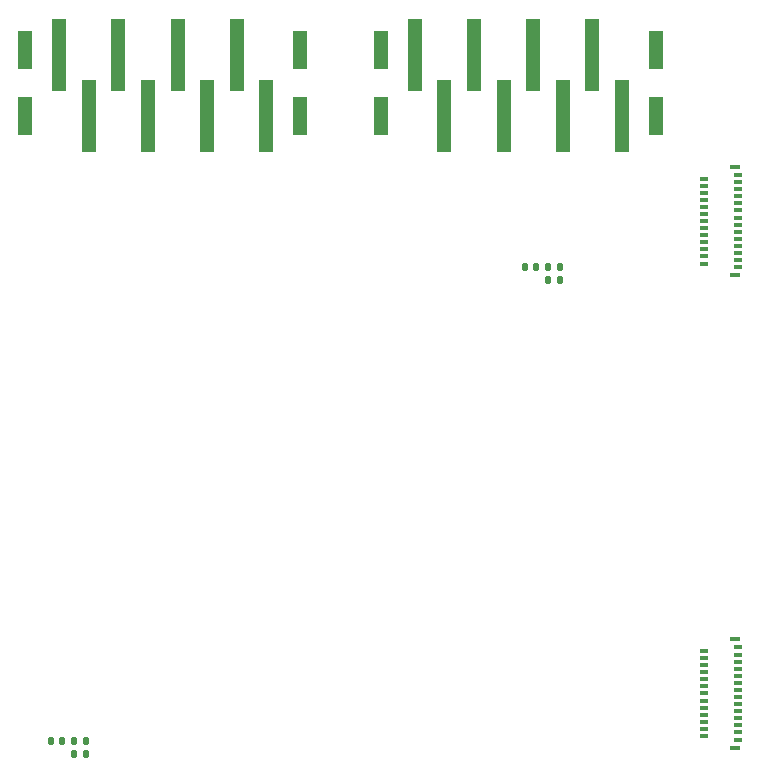
<source format=gbr>
%TF.GenerationSoftware,KiCad,Pcbnew,9.0.7*%
%TF.CreationDate,2026-02-20T11:37:08-08:00*%
%TF.ProjectId,rgb-plate,7267622d-706c-4617-9465-2e6b69636164,rev?*%
%TF.SameCoordinates,Original*%
%TF.FileFunction,Soldermask,Top*%
%TF.FilePolarity,Negative*%
%FSLAX46Y46*%
G04 Gerber Fmt 4.6, Leading zero omitted, Abs format (unit mm)*
G04 Created by KiCad (PCBNEW 9.0.7) date 2026-02-20 11:37:08*
%MOMM*%
%LPD*%
G01*
G04 APERTURE LIST*
G04 Aperture macros list*
%AMRoundRect*
0 Rectangle with rounded corners*
0 $1 Rounding radius*
0 $2 $3 $4 $5 $6 $7 $8 $9 X,Y pos of 4 corners*
0 Add a 4 corners polygon primitive as box body*
4,1,4,$2,$3,$4,$5,$6,$7,$8,$9,$2,$3,0*
0 Add four circle primitives for the rounded corners*
1,1,$1+$1,$2,$3*
1,1,$1+$1,$4,$5*
1,1,$1+$1,$6,$7*
1,1,$1+$1,$8,$9*
0 Add four rect primitives between the rounded corners*
20,1,$1+$1,$2,$3,$4,$5,0*
20,1,$1+$1,$4,$5,$6,$7,0*
20,1,$1+$1,$6,$7,$8,$9,0*
20,1,$1+$1,$8,$9,$2,$3,0*%
G04 Aperture macros list end*
%ADD10RoundRect,0.135000X-0.135000X-0.185000X0.135000X-0.185000X0.135000X0.185000X-0.135000X0.185000X0*%
%ADD11RoundRect,0.140000X0.140000X0.170000X-0.140000X0.170000X-0.140000X-0.170000X0.140000X-0.170000X0*%
%ADD12R,1.295400X6.197600*%
%ADD13R,1.193800X3.302000*%
%ADD14RoundRect,0.135000X0.135000X0.185000X-0.135000X0.185000X-0.135000X-0.185000X0.135000X-0.185000X0*%
%ADD15R,0.800000X0.300000*%
%ADD16R,0.650000X0.300000*%
%ADD17R,0.950000X0.400000*%
G04 APERTURE END LIST*
D10*
%TO.C,TH2*%
X116090000Y-124700000D03*
X117110000Y-124700000D03*
%TD*%
D11*
%TO.C,C2*%
X115080000Y-124700000D03*
X114120000Y-124700000D03*
%TD*%
D10*
%TO.C,TH1*%
X156200000Y-84600000D03*
X157220000Y-84600000D03*
%TD*%
D12*
%TO.C,J2*%
X114850000Y-66605700D03*
X117350000Y-71805700D03*
X119850000Y-66605700D03*
X122350000Y-71805700D03*
X124850000Y-66605700D03*
X127350000Y-71805700D03*
X129850000Y-66605700D03*
X132350000Y-71805700D03*
D13*
X111950000Y-66205701D03*
X135250000Y-66205701D03*
X111950000Y-71805700D03*
X135250000Y-71805700D03*
%TD*%
D14*
%TO.C,R1*%
X157220000Y-85700000D03*
X156200000Y-85700000D03*
%TD*%
D12*
%TO.C,J3*%
X144950000Y-66605700D03*
X147450000Y-71805700D03*
X149950000Y-66605700D03*
X152450000Y-71805700D03*
X154950000Y-66605700D03*
X157450000Y-71805700D03*
X159950000Y-66605700D03*
X162450000Y-71805700D03*
D13*
X142050000Y-66205701D03*
X165350000Y-66205701D03*
X142050000Y-71805700D03*
X165350000Y-71805700D03*
%TD*%
D11*
%TO.C,C1*%
X155190000Y-84600000D03*
X154230000Y-84600000D03*
%TD*%
D15*
%TO.C,J5*%
X172300000Y-84600000D03*
D16*
X169425000Y-84300000D03*
D15*
X172300000Y-84000000D03*
D16*
X169425000Y-83700000D03*
D15*
X172300000Y-83400000D03*
D16*
X169425000Y-83100000D03*
D15*
X172300000Y-82800000D03*
D16*
X169425000Y-82500000D03*
D15*
X172300000Y-82200000D03*
D16*
X169425000Y-81900000D03*
D15*
X172300000Y-81600000D03*
D16*
X169425000Y-81300000D03*
D15*
X172300000Y-81000000D03*
D16*
X169425000Y-80700000D03*
D15*
X172300000Y-80400000D03*
D16*
X169425000Y-80100000D03*
D15*
X172300000Y-79800000D03*
D16*
X169425000Y-79500000D03*
D15*
X172300000Y-79200000D03*
D16*
X169425000Y-78900000D03*
D15*
X172300000Y-78600000D03*
D16*
X169425000Y-78300000D03*
D15*
X172300000Y-78000000D03*
D16*
X169425000Y-77700000D03*
D15*
X172300000Y-77400000D03*
D16*
X169425000Y-77100000D03*
D15*
X172300000Y-76800000D03*
D17*
X172025000Y-85300000D03*
X172025000Y-76100000D03*
%TD*%
D15*
%TO.C,J1*%
X172300000Y-124600000D03*
D16*
X169425000Y-124300000D03*
D15*
X172300000Y-124000000D03*
D16*
X169425000Y-123700000D03*
D15*
X172300000Y-123400000D03*
D16*
X169425000Y-123100000D03*
D15*
X172300000Y-122800000D03*
D16*
X169425000Y-122500000D03*
D15*
X172300000Y-122200000D03*
D16*
X169425000Y-121900000D03*
D15*
X172300000Y-121600000D03*
D16*
X169425000Y-121300000D03*
D15*
X172300000Y-121000000D03*
D16*
X169425000Y-120700000D03*
D15*
X172300000Y-120400000D03*
D16*
X169425000Y-120100000D03*
D15*
X172300000Y-119800000D03*
D16*
X169425000Y-119500000D03*
D15*
X172300000Y-119200000D03*
D16*
X169425000Y-118900000D03*
D15*
X172300000Y-118600000D03*
D16*
X169425000Y-118300000D03*
D15*
X172300000Y-118000000D03*
D16*
X169425000Y-117700000D03*
D15*
X172300000Y-117400000D03*
D16*
X169425000Y-117100000D03*
D15*
X172300000Y-116800000D03*
D17*
X172025000Y-125300000D03*
X172025000Y-116100000D03*
%TD*%
D14*
%TO.C,R2*%
X117110000Y-125800000D03*
X116090000Y-125800000D03*
%TD*%
M02*

</source>
